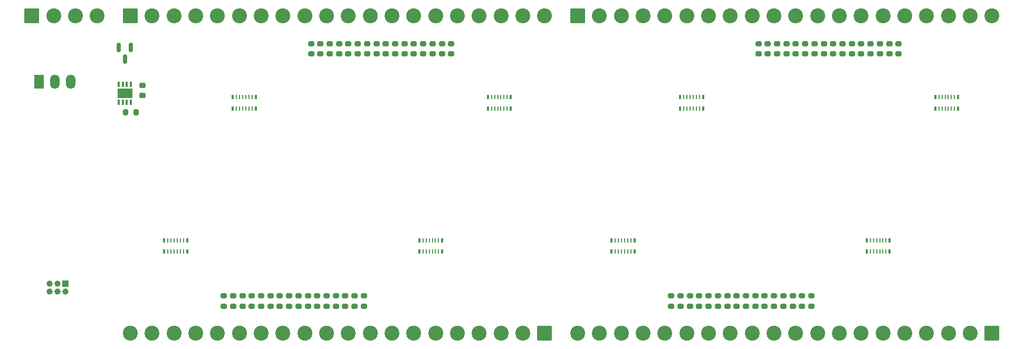
<source format=gbr>
G04 #@! TF.GenerationSoftware,KiCad,Pcbnew,9.0.6*
G04 #@! TF.CreationDate,2025-12-18T09:25:17+01:00*
G04 #@! TF.ProjectId,OM-64DO,4f4d2d36-3444-44f2-9e6b-696361645f70,1A*
G04 #@! TF.SameCoordinates,Original*
G04 #@! TF.FileFunction,Soldermask,Bot*
G04 #@! TF.FilePolarity,Negative*
%FSLAX46Y46*%
G04 Gerber Fmt 4.6, Leading zero omitted, Abs format (unit mm)*
G04 Created by KiCad (PCBNEW 9.0.6) date 2025-12-18 09:25:17*
%MOMM*%
%LPD*%
G01*
G04 APERTURE LIST*
G04 Aperture macros list*
%AMRoundRect*
0 Rectangle with rounded corners*
0 $1 Rounding radius*
0 $2 $3 $4 $5 $6 $7 $8 $9 X,Y pos of 4 corners*
0 Add a 4 corners polygon primitive as box body*
4,1,4,$2,$3,$4,$5,$6,$7,$8,$9,$2,$3,0*
0 Add four circle primitives for the rounded corners*
1,1,$1+$1,$2,$3*
1,1,$1+$1,$4,$5*
1,1,$1+$1,$6,$7*
1,1,$1+$1,$8,$9*
0 Add four rect primitives between the rounded corners*
20,1,$1+$1,$2,$3,$4,$5,0*
20,1,$1+$1,$4,$5,$6,$7,0*
20,1,$1+$1,$6,$7,$8,$9,0*
20,1,$1+$1,$8,$9,$2,$3,0*%
G04 Aperture macros list end*
%ADD10RoundRect,0.250001X-0.949999X-0.949999X0.949999X-0.949999X0.949999X0.949999X-0.949999X0.949999X0*%
%ADD11C,2.400000*%
%ADD12R,1.000000X1.000000*%
%ADD13C,1.000000*%
%ADD14RoundRect,0.250001X0.949999X0.949999X-0.949999X0.949999X-0.949999X-0.949999X0.949999X-0.949999X0*%
%ADD15R,1.500000X2.300000*%
%ADD16O,1.500000X2.300000*%
%ADD17R,0.425000X0.800000*%
%ADD18R,0.250000X0.800000*%
%ADD19RoundRect,0.200000X0.275000X-0.200000X0.275000X0.200000X-0.275000X0.200000X-0.275000X-0.200000X0*%
%ADD20RoundRect,0.200000X-0.200000X-0.275000X0.200000X-0.275000X0.200000X0.275000X-0.200000X0.275000X0*%
%ADD21RoundRect,0.200000X-0.275000X0.200000X-0.275000X-0.200000X0.275000X-0.200000X0.275000X0.200000X0*%
%ADD22RoundRect,0.150000X-0.150000X0.587500X-0.150000X-0.587500X0.150000X-0.587500X0.150000X0.587500X0*%
%ADD23RoundRect,0.225000X0.250000X-0.225000X0.250000X0.225000X-0.250000X0.225000X-0.250000X-0.225000X0*%
%ADD24RoundRect,0.075000X0.075000X-0.362500X0.075000X0.362500X-0.075000X0.362500X-0.075000X-0.362500X0*%
%ADD25R,2.400000X1.600000*%
G04 APERTURE END LIST*
D10*
G04 #@! TO.C,J201*
X95800000Y-80000000D03*
D11*
X99300000Y-80000000D03*
X102800000Y-80000000D03*
X106300000Y-80000000D03*
X109800000Y-80000000D03*
X113300000Y-80000000D03*
X116800000Y-80000000D03*
X120300000Y-80000000D03*
X123800000Y-80000000D03*
X127300000Y-80000000D03*
X130800000Y-80000000D03*
X134300000Y-80000000D03*
X137800000Y-80000000D03*
X141300000Y-80000000D03*
X144800000Y-80000000D03*
X148300000Y-80000000D03*
X151800000Y-80000000D03*
X155300000Y-80000000D03*
X158800000Y-80000000D03*
X162300000Y-80000000D03*
G04 #@! TD*
D12*
G04 #@! TO.C,J102*
X85370000Y-123000000D03*
D13*
X85370000Y-124270000D03*
X84100000Y-123000000D03*
X84100000Y-124270000D03*
X82830000Y-123000000D03*
X82830000Y-124270000D03*
G04 #@! TD*
D14*
G04 #@! TO.C,J401*
X162300000Y-131000000D03*
D11*
X158800000Y-131000000D03*
X155300000Y-131000000D03*
X151800000Y-131000000D03*
X148300000Y-131000000D03*
X144800000Y-131000000D03*
X141300000Y-131000000D03*
X137800000Y-131000000D03*
X134300000Y-131000000D03*
X130800000Y-131000000D03*
X127300000Y-131000000D03*
X123800000Y-131000000D03*
X120300000Y-131000000D03*
X116800000Y-131000000D03*
X113300000Y-131000000D03*
X109800000Y-131000000D03*
X106300000Y-131000000D03*
X102800000Y-131000000D03*
X99300000Y-131000000D03*
X95800000Y-131000000D03*
G04 #@! TD*
D14*
G04 #@! TO.C,J501*
X234100000Y-131000000D03*
D11*
X230600000Y-131000000D03*
X227100000Y-131000000D03*
X223600000Y-131000000D03*
X220100000Y-131000000D03*
X216600000Y-131000000D03*
X213100000Y-131000000D03*
X209600000Y-131000000D03*
X206100000Y-131000000D03*
X202600000Y-131000000D03*
X199100000Y-131000000D03*
X195600000Y-131000000D03*
X192100000Y-131000000D03*
X188600000Y-131000000D03*
X185100000Y-131000000D03*
X181600000Y-131000000D03*
X178100000Y-131000000D03*
X174600000Y-131000000D03*
X171100000Y-131000000D03*
X167600000Y-131000000D03*
G04 #@! TD*
D10*
G04 #@! TO.C,J101*
X80000000Y-80000000D03*
D11*
X83500000Y-80000000D03*
X87000000Y-80000000D03*
X90500000Y-80000000D03*
G04 #@! TD*
D10*
G04 #@! TO.C,J301*
X167600000Y-80000000D03*
D11*
X171100000Y-80000000D03*
X174600000Y-80000000D03*
X178100000Y-80000000D03*
X181600000Y-80000000D03*
X185100000Y-80000000D03*
X188600000Y-80000000D03*
X192100000Y-80000000D03*
X195600000Y-80000000D03*
X199100000Y-80000000D03*
X202600000Y-80000000D03*
X206100000Y-80000000D03*
X209600000Y-80000000D03*
X213100000Y-80000000D03*
X216600000Y-80000000D03*
X220100000Y-80000000D03*
X223600000Y-80000000D03*
X227100000Y-80000000D03*
X230600000Y-80000000D03*
X234100000Y-80000000D03*
G04 #@! TD*
D15*
G04 #@! TO.C,U101*
X81160000Y-90600000D03*
D16*
X83700000Y-90600000D03*
X86240000Y-90600000D03*
G04 #@! TD*
D17*
G04 #@! TO.C,RN502*
X217662500Y-117900000D03*
D18*
X217075000Y-117900000D03*
X216575000Y-117900000D03*
X216075000Y-117900000D03*
X215575000Y-117900000D03*
X215075000Y-117900000D03*
X214575000Y-117900000D03*
D17*
X213987500Y-117900000D03*
X213987500Y-116100000D03*
D18*
X214575000Y-116100000D03*
X215075000Y-116100000D03*
X215575000Y-116100000D03*
X216075000Y-116100000D03*
X216575000Y-116100000D03*
X217075000Y-116100000D03*
D17*
X217662500Y-116100000D03*
G04 #@! TD*
D19*
G04 #@! TO.C,R301*
X196600000Y-86150000D03*
X196600000Y-84500000D03*
G04 #@! TD*
D20*
G04 #@! TO.C,R102*
X95068750Y-95500000D03*
X96718750Y-95500000D03*
G04 #@! TD*
D19*
G04 #@! TO.C,R302*
X198100000Y-86150000D03*
X198100000Y-84500000D03*
G04 #@! TD*
D21*
G04 #@! TO.C,R506*
X197600000Y-125000000D03*
X197600000Y-126650000D03*
G04 #@! TD*
D22*
G04 #@! TO.C,D101*
X93968750Y-85125000D03*
X95868750Y-85125000D03*
X94918750Y-87000000D03*
G04 #@! TD*
D21*
G04 #@! TO.C,R505*
X199100000Y-125000000D03*
X199100000Y-126650000D03*
G04 #@! TD*
D17*
G04 #@! TO.C,RN204*
X153187500Y-93100000D03*
D18*
X153775000Y-93100000D03*
X154275000Y-93100000D03*
X154775000Y-93100000D03*
X155275000Y-93100000D03*
X155775000Y-93100000D03*
X156275000Y-93100000D03*
D17*
X156862500Y-93100000D03*
X156862500Y-94900000D03*
D18*
X156275000Y-94900000D03*
X155775000Y-94900000D03*
X155275000Y-94900000D03*
X154775000Y-94900000D03*
X154275000Y-94900000D03*
X153775000Y-94900000D03*
D17*
X153187500Y-94900000D03*
G04 #@! TD*
D19*
G04 #@! TO.C,R214*
X144300000Y-86150000D03*
X144300000Y-84500000D03*
G04 #@! TD*
D21*
G04 #@! TO.C,R516*
X182600000Y-125000000D03*
X182600000Y-126650000D03*
G04 #@! TD*
D19*
G04 #@! TO.C,R208*
X135300000Y-86150000D03*
X135300000Y-84500000D03*
G04 #@! TD*
G04 #@! TO.C,R313*
X214600000Y-86150000D03*
X214600000Y-84500000D03*
G04 #@! TD*
G04 #@! TO.C,R304*
X201100000Y-86150000D03*
X201100000Y-84500000D03*
G04 #@! TD*
G04 #@! TO.C,R216*
X147300000Y-86150000D03*
X147300000Y-84500000D03*
G04 #@! TD*
D21*
G04 #@! TO.C,R410*
X119800000Y-125000000D03*
X119800000Y-126650000D03*
G04 #@! TD*
D19*
G04 #@! TO.C,R315*
X217600000Y-86150000D03*
X217600000Y-84500000D03*
G04 #@! TD*
G04 #@! TO.C,R203*
X127800000Y-86150000D03*
X127800000Y-84500000D03*
G04 #@! TD*
G04 #@! TO.C,R303*
X199600000Y-86150000D03*
X199600000Y-84500000D03*
G04 #@! TD*
D21*
G04 #@! TO.C,R514*
X185600000Y-125000000D03*
X185600000Y-126650000D03*
G04 #@! TD*
D19*
G04 #@! TO.C,R308*
X207100000Y-86150000D03*
X207100000Y-84500000D03*
G04 #@! TD*
G04 #@! TO.C,R312*
X213100000Y-86150000D03*
X213100000Y-84500000D03*
G04 #@! TD*
G04 #@! TO.C,R307*
X205600000Y-86150000D03*
X205600000Y-84500000D03*
G04 #@! TD*
D21*
G04 #@! TO.C,R412*
X116800000Y-125000000D03*
X116800000Y-126650000D03*
G04 #@! TD*
G04 #@! TO.C,R513*
X187100000Y-125000000D03*
X187100000Y-126650000D03*
G04 #@! TD*
D19*
G04 #@! TO.C,R306*
X204100000Y-86150000D03*
X204100000Y-84500000D03*
G04 #@! TD*
D21*
G04 #@! TO.C,R411*
X118300000Y-125000000D03*
X118300000Y-126650000D03*
G04 #@! TD*
D23*
G04 #@! TO.C,C103*
X97743750Y-92775000D03*
X97743750Y-91225000D03*
G04 #@! TD*
D21*
G04 #@! TO.C,R406*
X125800000Y-125000000D03*
X125800000Y-126650000D03*
G04 #@! TD*
D19*
G04 #@! TO.C,R309*
X208600000Y-86150000D03*
X208600000Y-84500000D03*
G04 #@! TD*
D21*
G04 #@! TO.C,R509*
X193100000Y-125000000D03*
X193100000Y-126650000D03*
G04 #@! TD*
D24*
G04 #@! TO.C,U102*
X95893750Y-93875000D03*
X95243750Y-93875000D03*
X94593750Y-93875000D03*
X93943750Y-93875000D03*
X93943750Y-91000000D03*
X94593750Y-91000000D03*
X95243750Y-91000000D03*
X95893750Y-91000000D03*
D25*
X94918750Y-92437500D03*
G04 #@! TD*
D19*
G04 #@! TO.C,R310*
X210100000Y-86150000D03*
X210100000Y-84500000D03*
G04 #@! TD*
D21*
G04 #@! TO.C,R515*
X184100000Y-125000000D03*
X184100000Y-126650000D03*
G04 #@! TD*
G04 #@! TO.C,R404*
X128800000Y-125000000D03*
X128800000Y-126650000D03*
G04 #@! TD*
G04 #@! TO.C,R413*
X115300000Y-125000000D03*
X115300000Y-126650000D03*
G04 #@! TD*
D19*
G04 #@! TO.C,R211*
X139800000Y-86150000D03*
X139800000Y-84500000D03*
G04 #@! TD*
D17*
G04 #@! TO.C,RN304*
X224987500Y-93100000D03*
D18*
X225575000Y-93100000D03*
X226075000Y-93100000D03*
X226575000Y-93100000D03*
X227075000Y-93100000D03*
X227575000Y-93100000D03*
X228075000Y-93100000D03*
D17*
X228662500Y-93100000D03*
X228662500Y-94900000D03*
D18*
X228075000Y-94900000D03*
X227575000Y-94900000D03*
X227075000Y-94900000D03*
X226575000Y-94900000D03*
X226075000Y-94900000D03*
X225575000Y-94900000D03*
D17*
X224987500Y-94900000D03*
G04 #@! TD*
D19*
G04 #@! TO.C,R205*
X130800000Y-86150000D03*
X130800000Y-84500000D03*
G04 #@! TD*
D17*
G04 #@! TO.C,RN202*
X112237500Y-93100000D03*
D18*
X112825000Y-93100000D03*
X113325000Y-93100000D03*
X113825000Y-93100000D03*
X114325000Y-93100000D03*
X114825000Y-93100000D03*
X115325000Y-93100000D03*
D17*
X115912500Y-93100000D03*
X115912500Y-94900000D03*
D18*
X115325000Y-94900000D03*
X114825000Y-94900000D03*
X114325000Y-94900000D03*
X113825000Y-94900000D03*
X113325000Y-94900000D03*
X112825000Y-94900000D03*
D17*
X112237500Y-94900000D03*
G04 #@! TD*
D21*
G04 #@! TO.C,R415*
X112300000Y-125000000D03*
X112300000Y-126650000D03*
G04 #@! TD*
D19*
G04 #@! TO.C,R206*
X132300000Y-86150000D03*
X132300000Y-84500000D03*
G04 #@! TD*
D21*
G04 #@! TO.C,R401*
X133300000Y-125000000D03*
X133300000Y-126650000D03*
G04 #@! TD*
D19*
G04 #@! TO.C,R202*
X126300000Y-86150000D03*
X126300000Y-84500000D03*
G04 #@! TD*
D21*
G04 #@! TO.C,R501*
X205100000Y-125000000D03*
X205100000Y-126650000D03*
G04 #@! TD*
D19*
G04 #@! TO.C,R213*
X142800000Y-86150000D03*
X142800000Y-84500000D03*
G04 #@! TD*
D21*
G04 #@! TO.C,R414*
X113800000Y-125000000D03*
X113800000Y-126650000D03*
G04 #@! TD*
D19*
G04 #@! TO.C,R311*
X211600000Y-86150000D03*
X211600000Y-84500000D03*
G04 #@! TD*
D17*
G04 #@! TO.C,RN402*
X145862500Y-117900000D03*
D18*
X145275000Y-117900000D03*
X144775000Y-117900000D03*
X144275000Y-117900000D03*
X143775000Y-117900000D03*
X143275000Y-117900000D03*
X142775000Y-117900000D03*
D17*
X142187500Y-117900000D03*
X142187500Y-116100000D03*
D18*
X142775000Y-116100000D03*
X143275000Y-116100000D03*
X143775000Y-116100000D03*
X144275000Y-116100000D03*
X144775000Y-116100000D03*
X145275000Y-116100000D03*
D17*
X145862500Y-116100000D03*
G04 #@! TD*
D19*
G04 #@! TO.C,R305*
X202600000Y-86150000D03*
X202600000Y-84500000D03*
G04 #@! TD*
D21*
G04 #@! TO.C,R503*
X202100000Y-125000000D03*
X202100000Y-126650000D03*
G04 #@! TD*
G04 #@! TO.C,R502*
X203600000Y-125000000D03*
X203600000Y-126650000D03*
G04 #@! TD*
G04 #@! TO.C,R409*
X121300000Y-125000000D03*
X121300000Y-126650000D03*
G04 #@! TD*
G04 #@! TO.C,R511*
X190100000Y-125000000D03*
X190100000Y-126650000D03*
G04 #@! TD*
D17*
G04 #@! TO.C,RN504*
X176712500Y-117900000D03*
D18*
X176125000Y-117900000D03*
X175625000Y-117900000D03*
X175125000Y-117900000D03*
X174625000Y-117900000D03*
X174125000Y-117900000D03*
X173625000Y-117900000D03*
D17*
X173037500Y-117900000D03*
X173037500Y-116100000D03*
D18*
X173625000Y-116100000D03*
X174125000Y-116100000D03*
X174625000Y-116100000D03*
X175125000Y-116100000D03*
X175625000Y-116100000D03*
X176125000Y-116100000D03*
D17*
X176712500Y-116100000D03*
G04 #@! TD*
D21*
G04 #@! TO.C,R510*
X191600000Y-125000000D03*
X191600000Y-126650000D03*
G04 #@! TD*
D17*
G04 #@! TO.C,RN302*
X184037500Y-93100000D03*
D18*
X184625000Y-93100000D03*
X185125000Y-93100000D03*
X185625000Y-93100000D03*
X186125000Y-93100000D03*
X186625000Y-93100000D03*
X187125000Y-93100000D03*
D17*
X187712500Y-93100000D03*
X187712500Y-94900000D03*
D18*
X187125000Y-94900000D03*
X186625000Y-94900000D03*
X186125000Y-94900000D03*
X185625000Y-94900000D03*
X185125000Y-94900000D03*
X184625000Y-94900000D03*
D17*
X184037500Y-94900000D03*
G04 #@! TD*
D19*
G04 #@! TO.C,R207*
X133800000Y-86150000D03*
X133800000Y-84500000D03*
G04 #@! TD*
D21*
G04 #@! TO.C,R402*
X131800000Y-125000000D03*
X131800000Y-126650000D03*
G04 #@! TD*
D19*
G04 #@! TO.C,R204*
X129300000Y-86150000D03*
X129300000Y-84500000D03*
G04 #@! TD*
G04 #@! TO.C,R201*
X124800000Y-86150000D03*
X124800000Y-84500000D03*
G04 #@! TD*
G04 #@! TO.C,R210*
X138300000Y-86150000D03*
X138300000Y-84500000D03*
G04 #@! TD*
D21*
G04 #@! TO.C,R408*
X122800000Y-125000000D03*
X122800000Y-126650000D03*
G04 #@! TD*
D19*
G04 #@! TO.C,R316*
X219100000Y-86150000D03*
X219100000Y-84500000D03*
G04 #@! TD*
D21*
G04 #@! TO.C,R416*
X110800000Y-125000000D03*
X110800000Y-126650000D03*
G04 #@! TD*
G04 #@! TO.C,R512*
X188600000Y-125000000D03*
X188600000Y-126650000D03*
G04 #@! TD*
G04 #@! TO.C,R407*
X124300000Y-125000000D03*
X124300000Y-126650000D03*
G04 #@! TD*
D19*
G04 #@! TO.C,R314*
X216100000Y-86150000D03*
X216100000Y-84500000D03*
G04 #@! TD*
D21*
G04 #@! TO.C,R405*
X127300000Y-125000000D03*
X127300000Y-126650000D03*
G04 #@! TD*
D17*
G04 #@! TO.C,RN404*
X104912500Y-117900000D03*
D18*
X104325000Y-117900000D03*
X103825000Y-117900000D03*
X103325000Y-117900000D03*
X102825000Y-117900000D03*
X102325000Y-117900000D03*
X101825000Y-117900000D03*
D17*
X101237500Y-117900000D03*
X101237500Y-116100000D03*
D18*
X101825000Y-116100000D03*
X102325000Y-116100000D03*
X102825000Y-116100000D03*
X103325000Y-116100000D03*
X103825000Y-116100000D03*
X104325000Y-116100000D03*
D17*
X104912500Y-116100000D03*
G04 #@! TD*
D21*
G04 #@! TO.C,R403*
X130300000Y-125000000D03*
X130300000Y-126650000D03*
G04 #@! TD*
G04 #@! TO.C,R504*
X200600000Y-125000000D03*
X200600000Y-126650000D03*
G04 #@! TD*
G04 #@! TO.C,R507*
X196100000Y-125000000D03*
X196100000Y-126650000D03*
G04 #@! TD*
G04 #@! TO.C,R508*
X194600000Y-125000000D03*
X194600000Y-126650000D03*
G04 #@! TD*
D19*
G04 #@! TO.C,R215*
X145800000Y-86150000D03*
X145800000Y-84500000D03*
G04 #@! TD*
G04 #@! TO.C,R212*
X141300000Y-86150000D03*
X141300000Y-84500000D03*
G04 #@! TD*
G04 #@! TO.C,R209*
X136800000Y-86150000D03*
X136800000Y-84500000D03*
G04 #@! TD*
M02*

</source>
